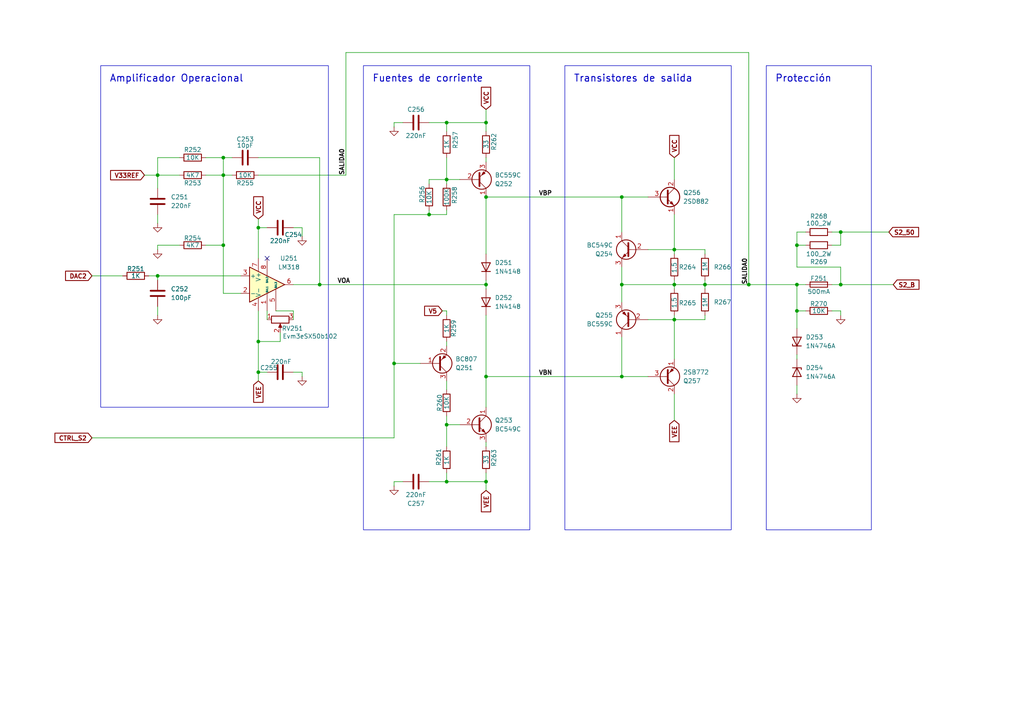
<source format=kicad_sch>
(kicad_sch (version 20231120) (generator "eeschema") (generator_version "8.0")
  (paper "A4")
  (title_block (title "Salida 2 (ISPEL Beta 2024)") (date "2024-10-29") (rev "2 (GC)"))
  (lib_symbols
    (symbol "Amplifier_Operational:LM318H" (pin_names (offset 0.127))
      (property "Reference" "U" (at 3.81 3.81 0))
      (property "Value" "LM318H" (at 3.81 -3.81 0))
      (symbol "LM318H_0_1"
        (polyline (pts (xy 5.08 0) (xy -5.08 5.08) (xy -5.08 -5.08) (xy 5.08 0)) (stroke (width 0.254)) (fill (type background)))
      )
      (symbol "LM318H_1_1"
        (pin passive line (at 0 -7.62 90) (length 5.08) (name "BAL1") (number "1"))
        (pin input line (at -7.62 -2.54 0) (length 2.54) (name "-") (number "2"))
        (pin input line (at -7.62 2.54 0) (length 2.54) (name "+") (number "3"))
        (pin power_in line (at -2.54 -7.62 90) (length 3.81) (name "V-") (number "4"))
        (pin passive line (at 2.54 -7.62 90) (length 6.35) (name "BAL3") (number "5"))
        (pin output line (at 7.62 0 180) (length 2.54) (name "~") (number "6"))
        (pin power_in line (at -2.54 7.62 270) (length 3.81) (name "V+") (number "7"))
        (pin passive line (at 0 7.62 270) (length 5.08) (name "BAL2") (number "8"))
      )
    )
    (symbol "Device:C" (pin_numbers hide) (pin_names (offset 0.254))
      (property "Reference" "C" (at 0.635 2.54 0))
      (property "Value" "C" (at 0.635 -2.54 0))
      (symbol "C_0_1"
        (polyline (pts (xy -2.032 -0.762) (xy 2.032 -0.762)) (stroke (width 0.508)))
        (polyline (pts (xy -2.032 0.762) (xy 2.032 0.762)) (stroke (width 0.508)))
      )
      (symbol "C_1_1"
        (pin passive line (at 0 3.81 270) (length 2.794) (name "~") (number "1"))
        (pin passive line (at 0 -3.81 90) (length 2.794) (name "~") (number "2"))
      )
    )
    (symbol "Device:Fuse" (pin_numbers hide) (pin_names (offset 0))
      (property "Reference" "F" (at 2.032 0 90))
      (property "Value" "Fuse" (at -1.905 0 90))
      (symbol "Fuse_0_1"
        (rectangle (start -0.762 -2.54) (end 0.762 2.54) (stroke (width 0.254)))
        (polyline (pts (xy 0 2.54) (xy 0 -2.54)))
      )
      (symbol "Fuse_1_1"
        (pin passive line (at 0 3.81 270) (length 1.27) (name "~") (number "1"))
        (pin passive line (at 0 -3.81 90) (length 1.27) (name "~") (number "2"))
      )
    )
    (symbol "Device:R" (pin_numbers hide) (pin_names (offset 0))
      (property "Reference" "R" (at 2.032 0 90))
      (property "Value" "R" (at 0 0 90))
      (symbol "R_0_1"
        (rectangle (start -1.016 -2.54) (end 1.016 2.54) (stroke (width 0.254)))
      )
      (symbol "R_1_1"
        (pin passive line (at 0 3.81 270) (length 1.27) (name "~") (number "1"))
        (pin passive line (at 0 -3.81 90) (length 1.27) (name "~") (number "2"))
      )
    )
    (symbol "Device:R_Potentiometer" (pin_names (offset 1.016) hide)
      (property "Reference" "RV" (at -4.445 0 90))
      (property "Value" "R_Potentiometer" (at -2.54 0 90))
      (symbol "R_Potentiometer_0_1"
        (polyline (pts (xy 2.54 0) (xy 1.524 0)))
        (polyline (pts (xy 1.143 0) (xy 2.286 0.508) (xy 2.286 -0.508) (xy 1.143 0)) (fill (type outline)))
        (rectangle (start 1.016 2.54) (end -1.016 -2.54) (stroke (width 0.254)))
      )
      (symbol "R_Potentiometer_1_1"
        (pin passive line (at 0 3.81 270) (length 1.27) (name "1") (number "1"))
        (pin passive line (at 3.81 0 180) (length 1.27) (name "2") (number "2"))
        (pin passive line (at 0 -3.81 90) (length 1.27) (name "3") (number "3"))
      )
    )
    (symbol "Diode:1N4148" (pin_numbers hide) (pin_names hide)
      (property "Reference" "D" (at 0 2.54 0))
      (property "Value" "1N4148" (at 0 -2.54 0))
      (symbol "1N4148_0_1"
        (polyline (pts (xy -1.27 1.27) (xy -1.27 -1.27)) (stroke (width 0.254)))
        (polyline (pts (xy 1.27 0) (xy -1.27 0)))
        (polyline (pts (xy 1.27 1.27) (xy 1.27 -1.27) (xy -1.27 0) (xy 1.27 1.27)) (stroke (width 0.254)))
      )
      (symbol "1N4148_1_1"
        (pin passive line (at -3.81 0 0) (length 2.54) (name "K") (number "1"))
        (pin passive line (at 3.81 0 180) (length 2.54) (name "A") (number "2"))
      )
    )
    (symbol "Diode:1N47xxA" (pin_numbers hide) (pin_names hide)
      (property "Reference" "D" (at 0 2.54 0))
      (property "Value" "1N47xxA" (at 0 -2.54 0))
      (symbol "1N47xxA_0_1"
        (polyline (pts (xy 1.27 0) (xy -1.27 0)))
        (polyline (pts (xy -1.27 -1.27) (xy -1.27 1.27) (xy -0.762 1.27)) (stroke (width 0.254)))
        (polyline (pts (xy 1.27 -1.27) (xy 1.27 1.27) (xy -1.27 0) (xy 1.27 -1.27)) (stroke (width 0.254)))
      )
      (symbol "1N47xxA_1_1"
        (pin passive line (at -3.81 0 0) (length 2.54) (name "K") (number "1"))
        (pin passive line (at 3.81 0 180) (length 2.54) (name "A") (number "2"))
      )
    )
    (symbol "Transistor_BJT:2SB631" (pin_names (offset 0) hide)
      (property "Reference" "Q" (at 5.08 1.905 0))
      (property "Value" "2SB631" (at 5.08 0 0))
      (symbol "2SB631_0_1"
        (polyline (pts (xy 0 0) (xy 0.635 0)))
        (polyline (pts (xy 2.54 -2.54) (xy 0.635 -0.635)))
        (polyline (pts (xy 2.54 2.54) (xy 0.635 0.635)))
        (polyline (pts (xy 0.635 1.905) (xy 0.635 -1.905) (xy 0.635 -1.905)) (stroke (width 0.508)) (fill (type outline)))
        (polyline (pts (xy 1.778 -2.286) (xy 2.286 -1.778) (xy 1.27 -1.27) (xy 1.778 -2.286) (xy 1.778 -2.286)) (fill (type outline)))
        (circle (center 1.27 0) (radius 2.8194) (stroke (width 0.254)))
      )
      (symbol "2SB631_1_1"
        (pin passive line (at 2.54 -5.08 90) (length 2.54) (name "E") (number "1"))
        (pin passive line (at 2.54 5.08 270) (length 2.54) (name "C") (number "2"))
        (pin input line (at -5.08 0 0) (length 5.08) (name "B") (number "3"))
      )
    )
    (symbol "Transistor_BJT:2SD600" (pin_names (offset 0) hide)
      (property "Reference" "Q" (at 5.08 1.905 0))
      (property "Value" "2SD600" (at 5.08 0 0))
      (symbol "2SD600_0_1"
        (polyline (pts (xy 0 0) (xy 0.635 0)))
        (polyline (pts (xy 2.54 -2.54) (xy 0.635 -0.635)))
        (polyline (pts (xy 2.54 2.54) (xy 0.635 0.635)))
        (polyline (pts (xy 0.635 1.905) (xy 0.635 -1.905) (xy 0.635 -1.905)) (stroke (width 0.508)) (fill (type outline)))
        (polyline (pts (xy 1.27 -1.778) (xy 1.778 -1.27) (xy 2.286 -2.286) (xy 1.27 -1.778) (xy 1.27 -1.778)) (fill (type outline)))
        (circle (center 1.27 0) (radius 2.8194) (stroke (width 0.3048)))
      )
      (symbol "2SD600_1_1"
        (pin passive line (at 2.54 -5.08 90) (length 2.54) (name "E") (number "1"))
        (pin passive line (at 2.54 5.08 270) (length 2.54) (name "C") (number "2"))
        (pin input line (at -5.08 0 0) (length 5.08) (name "B") (number "3"))
      )
    )
    (symbol "Transistor_BJT:BC547" (pin_names (offset 0) hide)
      (property "Reference" "Q" (at 5.08 1.905 0))
      (property "Value" "BC547" (at 5.08 0 0))
      (symbol "BC547_0_1"
        (polyline (pts (xy 0 0) (xy 0.635 0)))
        (polyline (pts (xy 0.635 0.635) (xy 2.54 2.54)))
        (polyline (pts (xy 0.635 -0.635) (xy 2.54 -2.54) (xy 2.54 -2.54)))
        (polyline (pts (xy 0.635 1.905) (xy 0.635 -1.905) (xy 0.635 -1.905)) (stroke (width 0.508)))
        (polyline (pts (xy 1.27 -1.778) (xy 1.778 -1.27) (xy 2.286 -2.286) (xy 1.27 -1.778) (xy 1.27 -1.778)) (fill (type outline)))
        (circle (center 1.27 0) (radius 2.8194) (stroke (width 0.254)))
      )
      (symbol "BC547_1_1"
        (pin passive line (at 2.54 5.08 270) (length 2.54) (name "C") (number "1"))
        (pin input line (at -5.08 0 0) (length 5.08) (name "B") (number "2"))
        (pin passive line (at 2.54 -5.08 90) (length 2.54) (name "E") (number "3"))
      )
    )
    (symbol "Transistor_BJT:BC557" (pin_names (offset 0) hide)
      (property "Reference" "Q" (at 5.08 1.905 0))
      (property "Value" "BC557" (at 5.08 0 0))
      (symbol "BC557_0_1"
        (polyline (pts (xy 0.635 0.635) (xy 2.54 2.54)))
        (polyline (pts (xy 0.635 -0.635) (xy 2.54 -2.54) (xy 2.54 -2.54)))
        (polyline (pts (xy 0.635 1.905) (xy 0.635 -1.905) (xy 0.635 -1.905)) (stroke (width 0.508)))
        (polyline (pts (xy 2.286 -1.778) (xy 1.778 -2.286) (xy 1.27 -1.27) (xy 2.286 -1.778) (xy 2.286 -1.778)) (fill (type outline)))
        (circle (center 1.27 0) (radius 2.8194) (stroke (width 0.254)))
      )
      (symbol "BC557_1_1"
        (pin passive line (at 2.54 5.08 270) (length 2.54) (name "C") (number "1"))
        (pin input line (at -5.08 0 0) (length 5.715) (name "B") (number "2"))
        (pin passive line (at 2.54 -5.08 90) (length 2.54) (name "E") (number "3"))
      )
    )
    (symbol "Transistor_BJT:BC807" (pin_names (offset 0) hide)
      (property "Reference" "Q" (at 5.08 1.905 0))
      (property "Value" "BC807" (at 5.08 0 0))
      (symbol "BC807_0_1"
        (polyline (pts (xy 0.635 0.635) (xy 2.54 2.54)))
        (polyline (pts (xy 0.635 -0.635) (xy 2.54 -2.54) (xy 2.54 -2.54)))
        (polyline (pts (xy 0.635 1.905) (xy 0.635 -1.905) (xy 0.635 -1.905)) (stroke (width 0.508)))
        (polyline (pts (xy 2.286 -1.778) (xy 1.778 -2.286) (xy 1.27 -1.27) (xy 2.286 -1.778) (xy 2.286 -1.778)) (fill (type outline)))
        (circle (center 1.27 0) (radius 2.8194) (stroke (width 0.254)))
      )
      (symbol "BC807_1_1"
        (pin input line (at -5.08 0 0) (length 5.715) (name "B") (number "1"))
        (pin passive line (at 2.54 -5.08 90) (length 2.54) (name "E") (number "2"))
        (pin passive line (at 2.54 5.08 270) (length 2.54) (name "C") (number "3"))
      )
    )
    (symbol "power:GND" (power) (pin_numbers hide) (pin_names (offset 0) hide)
      (property "Value" "GND" (at 0 -3.81 0))
      (symbol "GND_0_1"
        (polyline (pts (xy 0 0) (xy 0 -1.27) (xy 1.27 -1.27) (xy 0 -2.54) (xy -1.27 -1.27) (xy 0 -1.27)))
      )
      (symbol "GND_1_1"
        (pin power_in line (at 0 0 270) (length 0) (name "~") (number "1"))
      )
    )
  )
  (junction (at 243.84 82.55))
  (junction (at 140.97 139.7))
  (junction (at 231.14 90.17))
  (junction (at 140.97 57.15))
  (junction (at 129.54 139.7))
  (junction (at 180.34 57.15))
  (junction (at 140.97 82.55))
  (junction (at 195.58 92.71))
  (junction (at 195.58 72.39))
  (junction (at 124.46 62.23))
  (junction (at 140.97 109.22))
  (junction (at 114.3 105.41))
  (junction (at 180.34 82.55))
  (junction (at 64.77 50.8))
  (junction (at 217.17 82.55))
  (junction (at 195.58 82.55))
  (junction (at 74.93 99.06))
  (junction (at 129.54 123.19))
  (junction (at 129.54 35.56))
  (junction (at 45.72 50.8))
  (junction (at 64.77 45.72))
  (junction (at 231.14 71.12))
  (junction (at 45.72 80.01))
  (junction (at 231.14 82.55))
  (junction (at 92.71 82.55))
  (junction (at 74.93 66.04))
  (junction (at 140.97 35.56))
  (junction (at 204.47 82.55))
  (junction (at 180.34 109.22))
  (junction (at 129.54 52.07))
  (junction (at 74.93 107.95))
  (junction (at 64.77 71.12))
  (junction (at 243.84 67.31))
  (no_connect (at 77.47 74.93))
  (wire (pts (xy 114.3 35.56) (xy 116.84 35.56)))
  (wire (pts (xy 124.46 53.34) (xy 124.46 52.07)))
  (wire (pts (xy 64.77 45.72) (xy 67.31 45.72)))
  (wire (pts (xy 129.54 110.49) (xy 129.54 113.03)))
  (wire (pts (xy 204.47 82.55) (xy 204.47 83.82)))
  (wire (pts (xy 45.72 50.8) (xy 45.72 45.72)))
  (wire (pts (xy 129.54 123.19) (xy 129.54 129.54)))
  (wire (pts (xy 195.58 45.72) (xy 195.58 52.07)))
  (wire (pts (xy 140.97 31.75) (xy 140.97 35.56)))
  (wire (pts (xy 64.77 45.72) (xy 64.77 50.8)))
  (wire (pts (xy 231.14 82.55) (xy 231.14 90.17)))
  (wire (pts (xy 243.84 91.44) (xy 243.84 90.17)))
  (wire (pts (xy 204.47 82.55) (xy 217.17 82.55)))
  (wire (pts (xy 45.72 71.12) (xy 52.07 71.12)))
  (wire (pts (xy 74.93 45.72) (xy 92.71 45.72)))
  (wire (pts (xy 100.33 15.24) (xy 100.33 50.8)))
  (wire (pts (xy 180.34 77.47) (xy 180.34 82.55)))
  (wire (pts (xy 243.84 71.12) (xy 243.84 67.31)))
  (wire (pts (xy 45.72 50.8) (xy 45.72 54.61)))
  (wire (pts (xy 195.58 92.71) (xy 204.47 92.71)))
  (wire (pts (xy 204.47 92.71) (xy 204.47 91.44)))
  (wire (pts (xy 114.3 127) (xy 114.3 105.41)))
  (wire (pts (xy 140.97 109.22) (xy 140.97 118.11)))
  (wire (pts (xy 233.68 90.17) (xy 231.14 90.17)))
  (wire (pts (xy 69.85 85.09) (xy 64.77 85.09)))
  (wire (pts (xy 59.69 45.72) (xy 64.77 45.72)))
  (wire (pts (xy 114.3 62.23) (xy 124.46 62.23)))
  (wire (pts (xy 231.14 111.76) (xy 231.14 114.3)))
  (wire (pts (xy 129.54 52.07) (xy 129.54 53.34)))
  (wire (pts (xy 74.93 99.06) (xy 81.28 99.06)))
  (wire (pts (xy 74.93 66.04) (xy 77.47 66.04)))
  (wire (pts (xy 180.34 97.79) (xy 180.34 109.22)))
  (wire (pts (xy 114.3 36.83) (xy 114.3 35.56)))
  (wire (pts (xy 45.72 62.23) (xy 45.72 64.77)))
  (wire (pts (xy 45.72 80.01) (xy 69.85 80.01)))
  (wire (pts (xy 129.54 35.56) (xy 129.54 38.1)))
  (wire (pts (xy 129.54 62.23) (xy 129.54 60.96)))
  (wire (pts (xy 231.14 90.17) (xy 231.14 95.25)))
  (wire (pts (xy 195.58 81.28) (xy 195.58 82.55)))
  (wire (pts (xy 45.72 45.72) (xy 52.07 45.72)))
  (wire (pts (xy 85.09 92.71) (xy 85.09 90.17)))
  (wire (pts (xy 92.71 82.55) (xy 140.97 82.55)))
  (wire (pts (xy 140.97 128.27) (xy 140.97 129.54)))
  (wire (pts (xy 64.77 71.12) (xy 59.69 71.12)))
  (wire (pts (xy 74.93 99.06) (xy 74.93 107.95)))
  (wire (pts (xy 195.58 72.39) (xy 195.58 73.66)))
  (wire (pts (xy 140.97 57.15) (xy 140.97 73.66)))
  (wire (pts (xy 129.54 120.65) (xy 129.54 123.19)))
  (wire (pts (xy 233.68 71.12) (xy 231.14 71.12)))
  (wire (pts (xy 74.93 50.8) (xy 100.33 50.8)))
  (wire (pts (xy 231.14 71.12) (xy 231.14 67.31)))
  (wire (pts (xy 195.58 62.23) (xy 195.58 72.39)))
  (wire (pts (xy 64.77 50.8) (xy 67.31 50.8)))
  (wire (pts (xy 140.97 46.99) (xy 140.97 45.72)))
  (wire (pts (xy 129.54 45.72) (xy 129.54 52.07)))
  (wire (pts (xy 231.14 77.47) (xy 243.84 77.47)))
  (wire (pts (xy 124.46 62.23) (xy 129.54 62.23)))
  (wire (pts (xy 129.54 35.56) (xy 140.97 35.56)))
  (wire (pts (xy 45.72 81.28) (xy 45.72 80.01)))
  (wire (pts (xy 74.93 74.93) (xy 74.93 66.04)))
  (wire (pts (xy 231.14 102.87) (xy 231.14 104.14)))
  (wire (pts (xy 140.97 139.7) (xy 140.97 142.24)))
  (wire (pts (xy 187.96 72.39) (xy 195.58 72.39)))
  (wire (pts (xy 140.97 137.16) (xy 140.97 139.7)))
  (wire (pts (xy 114.3 139.7) (xy 114.3 140.97)))
  (wire (pts (xy 129.54 90.17) (xy 129.54 91.44)))
  (wire (pts (xy 195.58 121.92) (xy 195.58 114.3)))
  (wire (pts (xy 26.67 80.01) (xy 35.56 80.01)))
  (wire (pts (xy 187.96 109.22) (xy 180.34 109.22)))
  (wire (pts (xy 45.72 88.9) (xy 45.72 91.44)))
  (wire (pts (xy 187.96 92.71) (xy 195.58 92.71)))
  (wire (pts (xy 87.63 68.58) (xy 87.63 66.04)))
  (wire (pts (xy 129.54 139.7) (xy 124.46 139.7)))
  (wire (pts (xy 243.84 67.31) (xy 257.81 67.31)))
  (wire (pts (xy 140.97 57.15) (xy 180.34 57.15)))
  (wire (pts (xy 180.34 82.55) (xy 180.34 87.63)))
  (wire (pts (xy 231.14 67.31) (xy 233.68 67.31)))
  (wire (pts (xy 124.46 60.96) (xy 124.46 62.23)))
  (wire (pts (xy 195.58 92.71) (xy 195.58 104.14)))
  (wire (pts (xy 233.68 82.55) (xy 231.14 82.55)))
  (wire (pts (xy 128.27 90.17) (xy 129.54 90.17)))
  (wire (pts (xy 204.47 81.28) (xy 204.47 82.55)))
  (wire (pts (xy 129.54 139.7) (xy 140.97 139.7)))
  (wire (pts (xy 77.47 90.17) (xy 77.47 92.71)))
  (wire (pts (xy 124.46 52.07) (xy 129.54 52.07)))
  (wire (pts (xy 140.97 91.44) (xy 140.97 109.22)))
  (wire (pts (xy 87.63 109.22) (xy 87.63 107.95)))
  (wire (pts (xy 204.47 72.39) (xy 204.47 73.66)))
  (wire (pts (xy 243.84 82.55) (xy 259.08 82.55)))
  (wire (pts (xy 180.34 57.15) (xy 180.34 67.31)))
  (wire (pts (xy 129.54 123.19) (xy 133.35 123.19)))
  (wire (pts (xy 85.09 66.04) (xy 87.63 66.04)))
  (wire (pts (xy 41.91 50.8) (xy 45.72 50.8)))
  (wire (pts (xy 81.28 96.52) (xy 81.28 99.06)))
  (wire (pts (xy 74.93 90.17) (xy 74.93 99.06)))
  (wire (pts (xy 180.34 82.55) (xy 195.58 82.55)))
  (wire (pts (xy 116.84 139.7) (xy 114.3 139.7)))
  (wire (pts (xy 195.58 82.55) (xy 204.47 82.55)))
  (wire (pts (xy 45.72 50.8) (xy 52.07 50.8)))
  (wire (pts (xy 217.17 15.24) (xy 100.33 15.24)))
  (wire (pts (xy 140.97 35.56) (xy 140.97 38.1)))
  (wire (pts (xy 92.71 45.72) (xy 92.71 82.55)))
  (wire (pts (xy 241.3 90.17) (xy 243.84 90.17)))
  (wire (pts (xy 64.77 50.8) (xy 64.77 71.12)))
  (wire (pts (xy 195.58 72.39) (xy 204.47 72.39)))
  (wire (pts (xy 243.84 77.47) (xy 243.84 82.55)))
  (wire (pts (xy 241.3 71.12) (xy 243.84 71.12)))
  (wire (pts (xy 129.54 137.16) (xy 129.54 139.7)))
  (wire (pts (xy 217.17 82.55) (xy 217.17 15.24)))
  (wire (pts (xy 217.17 82.55) (xy 231.14 82.55)))
  (wire (pts (xy 231.14 71.12) (xy 231.14 77.47)))
  (wire (pts (xy 241.3 82.55) (xy 243.84 82.55)))
  (wire (pts (xy 85.09 82.55) (xy 92.71 82.55)))
  (wire (pts (xy 74.93 107.95) (xy 74.93 110.49)))
  (wire (pts (xy 195.58 91.44) (xy 195.58 92.71)))
  (wire (pts (xy 74.93 66.04) (xy 74.93 63.5)))
  (wire (pts (xy 87.63 107.95) (xy 85.09 107.95)))
  (wire (pts (xy 85.09 90.17) (xy 80.01 90.17)))
  (wire (pts (xy 114.3 105.41) (xy 121.92 105.41)))
  (wire (pts (xy 140.97 109.22) (xy 180.34 109.22)))
  (wire (pts (xy 241.3 67.31) (xy 243.84 67.31)))
  (wire (pts (xy 195.58 82.55) (xy 195.58 83.82)))
  (wire (pts (xy 114.3 62.23) (xy 114.3 105.41)))
  (wire (pts (xy 124.46 35.56) (xy 129.54 35.56)))
  (wire (pts (xy 129.54 52.07) (xy 133.35 52.07)))
  (wire (pts (xy 74.93 107.95) (xy 77.47 107.95)))
  (wire (pts (xy 59.69 50.8) (xy 64.77 50.8)))
  (wire (pts (xy 187.96 57.15) (xy 180.34 57.15)))
  (wire (pts (xy 140.97 81.28) (xy 140.97 82.55)))
  (wire (pts (xy 64.77 85.09) (xy 64.77 71.12)))
  (wire (pts (xy 129.54 100.33) (xy 129.54 99.06)))
  (wire (pts (xy 140.97 82.55) (xy 140.97 83.82)))
  (wire (pts (xy 45.72 72.39) (xy 45.72 71.12)))
  (wire (pts (xy 43.18 80.01) (xy 45.72 80.01)))
  (wire (pts (xy 26.67 127) (xy 114.3 127)))
  (rectangle (start 105.41 19.05) (end 153.67 153.67))
  (rectangle (start 163.83 19.05) (end 212.09 153.67))
  (rectangle (start 29.21 19.05) (end 95.25 118.11))
  (rectangle (start 222.25 19.05) (end 252.73 153.67))
  (text "Protección" (at 224.79 22.86 0) (effects (font (size 2.032 2.032) (thickness 0.254)) (justify left)))
  (text "Fuentes de corriente" (at 107.95 22.86 0) (effects (font (size 2.032 2.032) (thickness 0.254)) (justify left)))
  (text "Amplificador Operacional" (at 31.75 22.86 0) (effects (font (size 2.032 2.032) (thickness 0.254)) (justify left)))
  (text "Transistores de salida" (at 166.37 22.86 0) (effects (font (size 2.032 2.032) (thickness 0.254)) (justify left)))
  (label "VOA" (at 97.79 82.55 0) (effects (font (bold yes))))
  (label "SALIDA0" (at 217.17 82.55 90) (effects (font (bold yes))))
  (label "VBN" (at 156.21 109.22 0) (effects (font (thickness 0.254) (bold yes))))
  (label "VBP" (at 156.21 57.15 0) (effects (font (thickness 0.254) (bold yes))))
  (label "SALIDA0" (at 100.33 50.8 90) (effects (font (bold yes))))
  (global_label "VEE" (shape input) (at 195.58 121.92 270) (effects (font (bold yes))) (property "Intersheetrefs" "${INTERSHEET_REFS}" (effects (hide yes))))
  (global_label "VCC" (shape input) (at 140.97 31.75 90) (effects (font (bold yes))) (property "Intersheetrefs" "${INTERSHEET_REFS}" (effects (hide yes))))
  (global_label "CTRL_S2" (shape input) (at 26.67 127 180) (effects (font (bold yes))) (property "Intersheetrefs" "${INTERSHEET_REFS}" (effects (hide yes))))
  (global_label "DAC2" (shape input) (at 26.67 80.01 180) (effects (font (bold yes))) (property "Intersheetrefs" "${INTERSHEET_REFS}" (effects (hide yes))))
  (global_label "VCC" (shape input) (at 74.93 63.5 90) (effects (font (bold yes))) (property "Intersheetrefs" "${INTERSHEET_REFS}" (effects (hide yes))))
  (global_label "VEE" (shape input) (at 74.93 110.49 270) (effects (font (bold yes))) (property "Intersheetrefs" "${INTERSHEET_REFS}" (effects (hide yes))))
  (global_label "VEE" (shape input) (at 140.97 142.24 270) (effects (font (bold yes))) (property "Intersheetrefs" "${INTERSHEET_REFS}" (effects (hide yes))))
  (global_label "V5" (shape input) (at 128.27 90.17 180) (effects (font (bold yes))) (property "Intersheetrefs" "${INTERSHEET_REFS}" (effects (hide yes))))
  (global_label "V33REF" (shape input) (at 41.91 50.8 180) (effects (font (bold yes))) (property "Intersheetrefs" "${INTERSHEET_REFS}" (effects (hide yes))))
  (global_label "S2_50" (shape input) (at 257.81 67.31 0) (effects (font (bold yes))) (property "Intersheetrefs" "${INTERSHEET_REFS}" (effects (hide yes))))
  (global_label "S2_B" (shape input) (at 259.08 82.55 0) (effects (font (bold yes))) (property "Intersheetrefs" "${INTERSHEET_REFS}" (effects (hide yes))))
  (global_label "VCC" (shape input) (at 195.58 45.72 90) (effects (font (bold yes))) (property "Intersheetrefs" "${INTERSHEET_REFS}" (effects (hide yes))))
  (symbol (lib_id "Device:C") (at 120.65 139.7 90) (unit 1)
    (property "Reference" "C257" (at 120.65 146.05 90))
    (property "Value" "220nF" (at 120.65 143.51 90))
    (property "Footprint" "Capacitor_SMD:C_1206_3216Metric_Pad1.33x1.80mm_HandSolder" (effects (hide yes)))
    (property "Description" "Unpolarized capacitor" (effects (hide yes)))
  )
  (symbol (lib_id "Device:C") (at 71.12 45.72 90) (unit 1)
    (property "Reference" "C253" (at 71.12 40.386 90))
    (property "Value" "10pF" (at 71.12 42.164 90))
    (property "Footprint" "Capacitor_SMD:C_1206_3216Metric_Pad1.33x1.80mm_HandSolder" (effects (hide yes)))
    (property "Description" "Unpolarized capacitor" (effects (hide yes)))
  )
  (symbol (lib_id "Device:R") (at 195.58 77.47 0) (unit 1)
    (property "Reference" "R264" (at 196.85 77.47 0) (effects (justify left)))
    (property "Value" "1.5" (at 195.58 79.248 90) (effects (justify left)))
    (property "Footprint" "Resistor_THT:R_Axial_DIN0309_L9.0mm_D3.2mm_P12.70mm_Horizontal" (effects (hide yes)))
    (property "Description" "Resistor" (effects (hide yes)))
  )
  (symbol (lib_id "Diode:1N47xxA") (at 231.14 99.06 90) (unit 1)
    (property "Reference" "D253" (at 233.68 97.7899 90) (effects (justify right)))
    (property "Value" "1N4746A" (at 233.68 100.3299 90) (effects (justify right)))
    (property "Footprint" "Diode_THT:D_DO-41_SOD81_P10.16mm_Horizontal" (effects (hide yes)))
    (property "Datasheet" "https://www.vishay.com/docs/85816/1n4728a.pdf" (effects (hide yes)))
    (property "Description" "1300mW Silicon planar power Zener diodes, DO-41" (effects (hide yes)))
  )
  (symbol (lib_id "Device:C") (at 45.72 58.42 0) (unit 1)
    (property "Reference" "C251" (at 49.53 57.1499 0) (effects (justify left)))
    (property "Value" "220nF" (at 49.53 59.6899 0) (effects (justify left)))
    (property "Footprint" "Capacitor_SMD:C_1206_3216Metric_Pad1.33x1.80mm_HandSolder" (effects (hide yes)))
    (property "Description" "Unpolarized capacitor" (effects (hide yes)))
  )
  (symbol (lib_id "power:GND") (at 87.63 109.22 0) (unit 1)
    (property "Reference" "#PWR0256" (effects (hide yes)))
    (property "Value" "GND" (effects (hide yes)))
    (property "Description" "Power symbol creates a global label with name \"GND\" , ground" (effects (hide yes)))
  )
  (symbol (lib_id "power:GND") (at 87.63 68.58 0) (unit 1)
    (property "Reference" "#PWR0255" (effects (hide yes)))
    (property "Value" "GND" (effects (hide yes)))
    (property "Description" "Power symbol creates a global label with name \"GND\" , ground" (effects (hide yes)))
  )
  (symbol (lib_id "Device:C") (at 120.65 35.56 270) (unit 1)
    (property "Reference" "C256" (at 120.65 31.75 90))
    (property "Value" "220nF" (at 120.65 39.37 90))
    (property "Footprint" "Capacitor_SMD:C_1206_3216Metric_Pad1.33x1.80mm_HandSolder" (effects (hide yes)))
    (property "Description" "Unpolarized capacitor" (effects (hide yes)))
  )
  (symbol (lib_id "Device:R") (at 71.12 50.8 90) (unit 1)
    (property "Reference" "R255" (at 71.12 53.086 90))
    (property "Value" "10K" (at 71.12 50.8 90))
    (property "Footprint" "Resistor_SMD:R_1206_3216Metric_Pad1.30x1.75mm_HandSolder" (effects (hide yes)))
    (property "Description" "Resistor" (effects (hide yes)))
  )
  (symbol (lib_id "Device:R") (at 55.88 50.8 90) (unit 1)
    (property "Reference" "R253" (at 55.88 53.086 90))
    (property "Value" "4K7" (at 55.88 50.8 90))
    (property "Footprint" "Resistor_SMD:R_1206_3216Metric_Pad1.30x1.75mm_HandSolder" (effects (hide yes)))
    (property "Description" "Resistor" (effects (hide yes)))
  )
  (symbol (lib_id "Diode:1N47xxA") (at 231.14 107.95 270) (unit 1)
    (property "Reference" "D254" (at 233.68 106.6799 90) (effects (justify left)))
    (property "Value" "1N4746A" (at 233.68 109.2199 90) (effects (justify left)))
    (property "Footprint" "Diode_THT:D_DO-41_SOD81_P10.16mm_Horizontal" (effects (hide yes)))
    (property "Datasheet" "https://www.vishay.com/docs/85816/1n4728a.pdf" (effects (hide yes)))
    (property "Description" "1300mW Silicon planar power Zener diodes, DO-41" (effects (hide yes)))
  )
  (symbol (lib_id "Transistor_BJT:2SD600") (at 193.04 57.15 0) (unit 1)
    (property "Reference" "Q256" (at 198.12 55.8799 0) (effects (justify left)))
    (property "Value" "2SD882" (at 198.12 58.4199 0) (effects (justify left)))
    (property "Footprint" "Package_TO_SOT_THT:TO-126-3_Vertical" (effects (hide yes)))
    (property "Datasheet" "https://github.com/gcapora/ISPEL-CAD/blob/main/Info/Hojas%20de%20datos/Transistores/2SD882_NEC.pdf" (effects (hide yes)))
    (property "Description" "1A Ic, 100V Vce, High Voltage Power NPN Transistor, TO-126" (effects (hide yes)))
  )
  (symbol (lib_id "Device:C") (at 45.72 85.09 0) (unit 1)
    (property "Reference" "C252" (at 49.53 83.8199 0) (effects (justify left)))
    (property "Value" "100pF" (at 49.53 86.3599 0) (effects (justify left)))
    (property "Footprint" "Capacitor_SMD:C_1206_3216Metric_Pad1.33x1.80mm_HandSolder" (effects (hide yes)))
    (property "Description" "Unpolarized capacitor" (effects (hide yes)))
  )
  (symbol (lib_id "Device:R") (at 204.47 87.63 0) (unit 1)
    (property "Reference" "R267" (at 207.01 87.63 0) (effects (justify left)))
    (property "Value" "1M" (at 204.47 89.154 90) (effects (justify left)))
    (property "Footprint" "Resistor_SMD:R_1206_3216Metric_Pad1.30x1.75mm_HandSolder" (effects (hide yes)))
    (property "Description" "Resistor" (effects (hide yes)))
  )
  (symbol (lib_id "power:GND") (at 45.72 64.77 0) (unit 1)
    (property "Reference" "#PWR0251" (effects (hide yes)))
    (property "Value" "GND" (effects (hide yes)))
    (property "Description" "Power symbol creates a global label with name \"GND\" , ground" (effects (hide yes)))
  )
  (symbol (lib_id "Device:C") (at 81.28 66.04 270) (unit 1)
    (property "Reference" "C254" (at 85.09 68.072 90))
    (property "Value" "220nF" (at 81.28 69.85 90))
    (property "Footprint" "Capacitor_SMD:C_1206_3216Metric_Pad1.33x1.80mm_HandSolder" (effects (hide yes)))
    (property "Description" "Unpolarized capacitor" (effects (hide yes)))
  )
  (symbol (lib_id "power:GND") (at 45.72 91.44 0) (unit 1)
    (property "Reference" "#PWR0253" (effects (hide yes)))
    (property "Value" "GND" (effects (hide yes)))
    (property "Description" "Power symbol creates a global label with name \"GND\" , ground" (effects (hide yes)))
  )
  (symbol (lib_id "Device:R_Potentiometer") (at 81.28 92.71 90) (mirror x) (unit 1)
    (property "Reference" "RV251" (at 84.836 95.25 90))
    (property "Value" "Evm3eSX50b102" (at 89.916 97.536 90))
    (property "Footprint" "Libreria_ISPEL:3E-SX50" (effects (hide yes)))
    (property "Datasheet" "https://github.com/gcapora/ISPEL-CAD/blob/main/Info/Hojas%20de%20datos/Resistencias/EVM-3RSX50B54.PDF" (effects (hide yes)))
    (property "Description" "Potentiometer" (effects (hide yes)))
  )
  (symbol (lib_id "Transistor_BJT:BC557") (at 138.43 52.07 0) (mirror x) (unit 1)
    (property "Reference" "Q252" (at 143.51 53.3401 0) (effects (justify left)))
    (property "Value" "BC559C" (at 143.51 50.8001 0) (effects (justify left)))
    (property "Footprint" "Package_TO_SOT_THT:TO-92_Inline" (effects (hide yes)))
    (property "Datasheet" "https://www.onsemi.com/pub/Collateral/BC556BTA-D.pdf" (effects (hide yes)))
    (property "Description" "0.1A Ic, 45V Vce, PNP Small Signal Transistor, TO-92" (effects (hide yes)))
  )
  (symbol (lib_id "power:GND") (at 231.14 114.3 0) (unit 1)
    (property "Reference" "#PWR0259" (effects (hide yes)))
    (property "Value" "GND" (effects (hide yes)))
    (property "Description" "Power symbol creates a global label with name \"GND\" , ground" (effects (hide yes)))
  )
  (symbol (lib_id "Device:R") (at 195.58 87.63 0) (unit 1)
    (property "Reference" "R265" (at 196.85 87.884 0) (effects (justify left)))
    (property "Value" "1.5" (at 195.58 89.408 90) (effects (justify left)))
    (property "Footprint" "Resistor_THT:R_Axial_DIN0309_L9.0mm_D3.2mm_P12.70mm_Horizontal" (effects (hide yes)))
    (property "Description" "Resistor" (effects (hide yes)))
  )
  (symbol (lib_id "Device:R") (at 237.49 90.17 90) (unit 1)
    (property "Reference" "R270" (at 237.49 88.138 90))
    (property "Value" "10K" (at 237.49 90.17 90))
    (property "Footprint" "Resistor_SMD:R_1206_3216Metric_Pad1.30x1.75mm_HandSolder" (effects (hide yes)))
    (property "Description" "Resistor" (effects (hide yes)))
  )
  (symbol (lib_id "Device:R") (at 129.54 133.35 0) (unit 1)
    (property "Reference" "R261" (at 127.254 135.128 90) (effects (justify left)))
    (property "Value" "1K" (at 129.54 134.874 90) (effects (justify left)))
    (property "Footprint" "Resistor_SMD:R_1206_3216Metric_Pad1.30x1.75mm_HandSolder" (effects (hide yes)))
    (property "Description" "Resistor" (effects (hide yes)))
  )
  (symbol (lib_id "Device:R") (at 237.49 71.12 90) (unit 1)
    (property "Reference" "R269" (at 237.49 75.946 90))
    (property "Value" "100_2W" (at 237.49 73.66 90))
    (property "Footprint" "Resistor_THT:R_Axial_DIN0414_L11.9mm_D4.5mm_P15.24mm_Horizontal" (effects (hide yes)))
    (property "Description" "Resistor" (effects (hide yes)))
  )
  (symbol (lib_id "Device:R") (at 237.49 67.31 90) (unit 1)
    (property "Reference" "R268" (at 237.49 62.738 90))
    (property "Value" "100_2W" (at 237.49 64.77 90))
    (property "Footprint" "Resistor_THT:R_Axial_DIN0414_L11.9mm_D4.5mm_P15.24mm_Horizontal" (effects (hide yes)))
    (property "Description" "Resistor" (effects (hide yes)))
  )
  (symbol (lib_id "Device:R") (at 39.37 80.01 90) (unit 1)
    (property "Reference" "R251" (at 39.37 77.978 90))
    (property "Value" "1K" (at 39.37 80.01 90))
    (property "Footprint" "Resistor_SMD:R_1206_3216Metric_Pad1.30x1.75mm_HandSolder" (effects (hide yes)))
    (property "Description" "Resistor" (effects (hide yes)))
  )
  (symbol (lib_id "Diode:1N4148") (at 140.97 87.63 90) (unit 1)
    (property "Reference" "D252" (at 143.51 86.3599 90) (effects (justify right)))
    (property "Value" "1N4148" (at 143.51 88.8999 90) (effects (justify right)))
    (property "Footprint" "Diode_SMD:D_MiniMELF_Handsoldering" (effects (hide yes)))
    (property "Datasheet" "https://assets.nexperia.com/documents/data-sheet/1N4148_1N4448.pdf" (effects (hide yes)))
    (property "Description" "100V 0.15A standard switching diode, DO-35" (effects (hide yes)))
    (property "Sim.Device" "D" (effects (hide yes)))
    (property "Sim.Pins" "1=K 2=A" (effects (hide yes)))
  )
  (symbol (lib_id "power:GND") (at 114.3 140.97 0) (unit 1)
    (property "Reference" "#PWR0258" (effects (hide yes)))
    (property "Value" "GND" (effects (hide yes)))
    (property "Description" "Power symbol creates a global label with name \"GND\" , ground" (effects (hide yes)))
  )
  (symbol (lib_id "Transistor_BJT:2SB631") (at 193.04 109.22 0) (mirror x) (unit 1)
    (property "Reference" "Q257" (at 198.12 110.49 0) (effects (justify left)))
    (property "Value" "2SB772" (at 198.12 107.95 0) (effects (justify left)))
    (property "Footprint" "Package_TO_SOT_THT:TO-126-3_Vertical" (effects (hide yes)))
    (property "Datasheet" "https://github.com/gcapora/ISPEL-CAD/blob/main/Info/Hojas%20de%20datos/Transistores/2SB772_NEC.pdf" (effects (hide yes)))
    (property "Description" "-1A Ic, -100V Vce, High Voltage Power PNP Transistor, TO-126" (effects (hide yes)))
  )
  (symbol (lib_id "Transistor_BJT:BC547") (at 138.43 123.19 0) (unit 1)
    (property "Reference" "Q253" (at 143.51 121.9199 0) (effects (justify left)))
    (property "Value" "BC549C" (at 143.51 124.4599 0) (effects (justify left)))
    (property "Footprint" "Package_TO_SOT_THT:TO-92_Inline" (effects (hide yes)))
    (property "Datasheet" "https://www.onsemi.com/pub/Collateral/BC550-D.pdf" (effects (hide yes)))
    (property "Description" "0.1A Ic, 45V Vce, Small Signal NPN Transistor, TO-92" (effects (hide yes)))
  )
  (symbol (lib_id "Device:R") (at 129.54 95.25 0) (unit 1)
    (property "Reference" "R259" (at 131.572 95.25 90))
    (property "Value" "1K" (at 129.54 95.25 90))
    (property "Footprint" "Resistor_SMD:R_1206_3216Metric_Pad1.30x1.75mm_HandSolder" (effects (hide yes)))
    (property "Description" "Resistor" (effects (hide yes)))
  )
  (symbol (lib_id "Transistor_BJT:BC807") (at 127 105.41 0) (mirror x) (unit 1)
    (property "Reference" "Q251" (at 132.08 106.6801 0) (effects (justify left)))
    (property "Value" "BC807" (at 132.08 104.1401 0) (effects (justify left)))
    (property "Footprint" "Package_TO_SOT_SMD:SOT-23" (effects (hide yes)))
    (property "Datasheet" "https://www.onsemi.com/pub/Collateral/BC808-D.pdf" (effects (hide yes)))
    (property "Description" "0.8A Ic, 45V Vce, PNP Transistor, SOT-23" (effects (hide yes)))
  )
  (symbol (lib_id "Transistor_BJT:BC557") (at 182.88 92.71 180) (unit 1)
    (property "Reference" "Q255" (at 177.8 91.4399 0) (effects (justify left)))
    (property "Value" "BC559C" (at 177.8 93.9799 0) (effects (justify left)))
    (property "Footprint" "Package_TO_SOT_THT:TO-92_Inline" (effects (hide yes)))
    (property "Datasheet" "https://www.onsemi.com/pub/Collateral/BC556BTA-D.pdf" (effects (hide yes)))
    (property "Description" "0.1A Ic, 45V Vce, PNP Small Signal Transistor, TO-92" (effects (hide yes)))
  )
  (symbol (lib_id "Device:R") (at 204.47 77.47 0) (unit 1)
    (property "Reference" "R266" (at 207.01 77.47 0) (effects (justify left)))
    (property "Value" "1M" (at 204.47 78.74 90) (effects (justify left)))
    (property "Footprint" "Resistor_SMD:R_1206_3216Metric_Pad1.30x1.75mm_HandSolder" (effects (hide yes)))
    (property "Description" "Resistor" (effects (hide yes)))
  )
  (symbol (lib_id "Amplifier_Operational:LM318H") (at 77.47 82.55 0) (unit 1)
    (property "Reference" "U251" (at 83.82 74.93 0))
    (property "Value" "LM318" (at 83.82 77.47 0))
    (property "Footprint" "Package_DIP:CERDIP-8_W7.62mm_SideBrazed_LongPads_Socket" (effects (hide yes)))
    (property "Datasheet" "http://www.ti.com/lit/ds/symlink/lm318-n.pdf" (effects (hide yes)))
    (property "Description" "Operational Amplifier, TO-99-8" (effects (hide yes)))
  )
  (symbol (lib_id "Diode:1N4148") (at 140.97 77.47 90) (unit 1)
    (property "Reference" "D251" (at 143.51 76.1999 90) (effects (justify right)))
    (property "Value" "1N4148" (at 143.51 78.7399 90) (effects (justify right)))
    (property "Footprint" "Diode_SMD:D_MiniMELF_Handsoldering" (effects (hide yes)))
    (property "Datasheet" "https://assets.nexperia.com/documents/data-sheet/1N4148_1N4448.pdf" (effects (hide yes)))
    (property "Description" "100V 0.15A standard switching diode, DO-35" (effects (hide yes)))
    (property "Sim.Device" "D" (effects (hide yes)))
    (property "Sim.Pins" "1=K 2=A" (effects (hide yes)))
  )
  (symbol (lib_id "Device:R") (at 129.54 116.84 180) (unit 1)
    (property "Reference" "R260" (at 127.508 116.84 90))
    (property "Value" "10K" (at 129.54 116.84 90))
    (property "Footprint" "Resistor_SMD:R_1206_3216Metric_Pad1.30x1.75mm_HandSolder" (effects (hide yes)))
    (property "Description" "Resistor" (effects (hide yes)))
  )
  (symbol (lib_id "Device:R") (at 55.88 71.12 90) (unit 1)
    (property "Reference" "R254" (at 55.88 69.088 90))
    (property "Value" "4K7" (at 55.88 71.12 90))
    (property "Footprint" "Resistor_SMD:R_1206_3216Metric_Pad1.30x1.75mm_HandSolder" (effects (hide yes)))
    (property "Description" "Resistor" (effects (hide yes)))
  )
  (symbol (lib_id "Device:R") (at 55.88 45.72 90) (unit 1)
    (property "Reference" "R252" (at 55.88 43.434 90))
    (property "Value" "10K" (at 55.88 45.72 90))
    (property "Footprint" "Resistor_SMD:R_1206_3216Metric_Pad1.30x1.75mm_HandSolder" (effects (hide yes)))
    (property "Description" "Resistor" (effects (hide yes)))
  )
  (symbol (lib_id "Device:R") (at 140.97 133.35 0) (unit 1)
    (property "Reference" "R263" (at 143.256 135.382 90) (effects (justify left)))
    (property "Value" "33" (at 140.97 134.62 90) (effects (justify left)))
    (property "Footprint" "Resistor_SMD:R_1206_3216Metric_Pad1.30x1.75mm_HandSolder" (effects (hide yes)))
    (property "Description" "Resistor" (effects (hide yes)))
  )
  (symbol (lib_id "Device:R") (at 140.97 41.91 0) (unit 1)
    (property "Reference" "R262" (at 143.256 43.688 90) (effects (justify left)))
    (property "Value" "33" (at 140.97 43.18 90) (effects (justify left)))
    (property "Footprint" "Resistor_SMD:R_1206_3216Metric_Pad1.30x1.75mm_HandSolder" (effects (hide yes)))
    (property "Description" "Resistor" (effects (hide yes)))
  )
  (symbol (lib_id "Device:R") (at 129.54 41.91 0) (unit 1)
    (property "Reference" "R257" (at 132.08 43.18 90) (effects (justify left)))
    (property "Value" "1K" (at 129.54 43.18 90) (effects (justify left)))
    (property "Footprint" "Resistor_SMD:R_1206_3216Metric_Pad1.30x1.75mm_HandSolder" (effects (hide yes)))
    (property "Description" "Resistor" (effects (hide yes)))
  )
  (symbol (lib_id "power:GND") (at 114.3 36.83 0) (unit 1)
    (property "Reference" "#PWR0257" (effects (hide yes)))
    (property "Value" "GND" (effects (hide yes)))
    (property "Description" "Power symbol creates a global label with name \"GND\" , ground" (effects (hide yes)))
  )
  (symbol (lib_id "Device:R") (at 124.46 57.15 0) (unit 1)
    (property "Reference" "R256" (at 122.428 58.928 90) (effects (justify left)))
    (property "Value" "10K" (at 124.46 59.182 90) (effects (justify left)))
    (property "Footprint" "Resistor_SMD:R_1206_3216Metric_Pad1.30x1.75mm_HandSolder" (effects (hide yes)))
    (property "Description" "Resistor" (effects (hide yes)))
  )
  (symbol (lib_id "power:GND") (at 45.72 72.39 0) (unit 1)
    (property "Reference" "#PWR0252" (effects (hide yes)))
    (property "Value" "GND" (effects (hide yes)))
    (property "Description" "Power symbol creates a global label with name \"GND\" , ground" (effects (hide yes)))
  )
  (symbol (lib_id "Device:R") (at 129.54 57.15 0) (unit 1)
    (property "Reference" "R258" (at 131.826 59.182 90) (effects (justify left)))
    (property "Value" "100K" (at 129.54 59.69 90) (effects (justify left)))
    (property "Footprint" "Resistor_SMD:R_1206_3216Metric_Pad1.30x1.75mm_HandSolder" (effects (hide yes)))
    (property "Description" "Resistor" (effects (hide yes)))
  )
  (symbol (lib_id "Transistor_BJT:BC547") (at 182.88 72.39 0) (mirror y) (unit 1)
    (property "Reference" "Q254" (at 177.8 73.6601 0) (effects (justify left)))
    (property "Value" "BC549C" (at 177.8 71.1201 0) (effects (justify left)))
    (property "Footprint" "Package_TO_SOT_THT:TO-92_Inline" (effects (hide yes)))
    (property "Datasheet" "https://www.onsemi.com/pub/Collateral/BC550-D.pdf" (effects (hide yes)))
    (property "Description" "0.1A Ic, 45V Vce, Small Signal NPN Transistor, TO-92" (effects (hide yes)))
  )
  (symbol (lib_id "Device:Fuse") (at 237.49 82.55 90) (unit 1)
    (property "Reference" "F251" (at 237.49 80.772 90))
    (property "Value" "500mA" (at 237.49 84.582 90))
    (property "Footprint" "Libreria_ISPEL:Fuseholder_1808_handsoldering" (effects (hide yes)))
    (property "Description" "Fuse" (effects (hide yes)))
  )
  (symbol (lib_id "power:GND") (at 243.84 91.44 0) (unit 1)
    (property "Reference" "#PWR0260" (effects (hide yes)))
    (property "Value" "GND" (effects (hide yes)))
    (property "Description" "Power symbol creates a global label with name \"GND\" , ground" (effects (hide yes)))
  )
  (symbol (lib_id "Device:C") (at 81.28 107.95 90) (unit 1)
    (property "Reference" "C255" (at 77.978 106.68 90))
    (property "Value" "220nF" (at 81.534 104.902 90))
    (property "Footprint" "Capacitor_SMD:C_1206_3216Metric_Pad1.33x1.80mm_HandSolder" (effects (hide yes)))
    (property "Description" "Unpolarized capacitor" (effects (hide yes)))
  )
)
</source>
